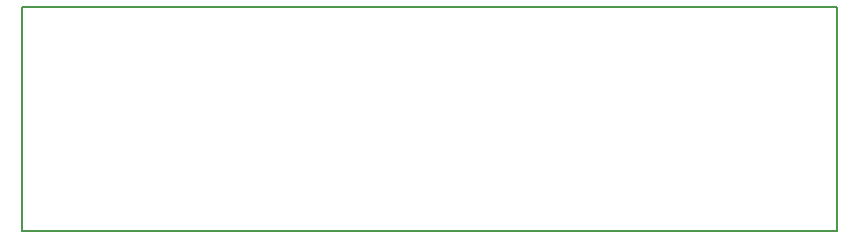
<source format=gbp>
G04 EAGLE Gerber X2 export*
%TF.Part,Single*%
%TF.FileFunction,Other,Bottom Paste*%
%TF.FilePolarity,Positive*%
%TF.GenerationSoftware,Autodesk,EAGLE,9.4.2*%
%TF.CreationDate,2020-04-14T05:47:31Z*%
G75*
%MOMM*%
%FSLAX34Y34*%
%LPD*%
%INBottom Paste*%
%AMOC8*
5,1,8,0,0,1.08239X$1,22.5*%
G01*
%ADD10C,0.200000*%


D10*
X0Y-190000D02*
X690000Y-190000D01*
X0Y-190000D02*
X0Y0D01*
X690000Y0D02*
X690000Y-190000D01*
X690000Y0D02*
X0Y0D01*
M02*

</source>
